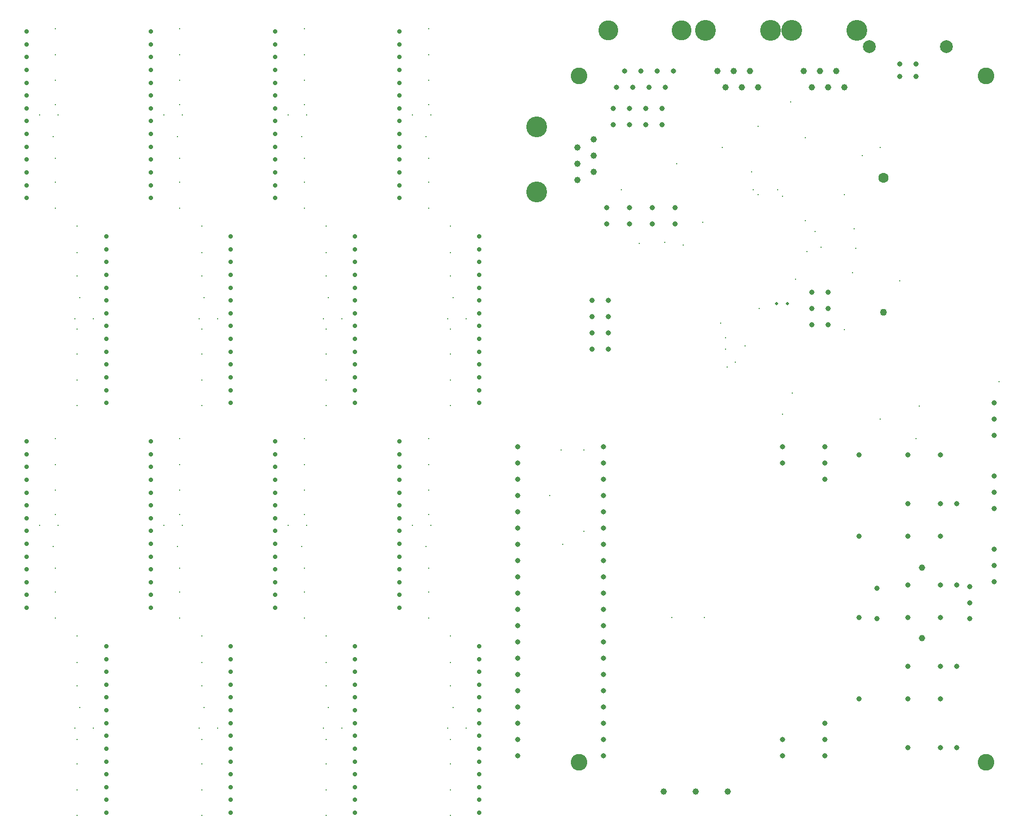
<source format=gbr>
G04 Generated by Ultiboard *
%FSLAX25Y25*%
%MOMM*%

%ADD10C,0.25000*%
%ADD11C,0.80000*%
%ADD12C,1.10000*%
%ADD13C,1.60000*%
%ADD14C,1.00000*%
%ADD15C,3.25000*%
%ADD16C,3.10000*%
%ADD17C,0.70000*%
%ADD18C,2.60000*%
%ADD19C,0.50000*%
%ADD20C,2.00000*%


%LNDrill-Copper Top-Copper Bottom*%
%LPD*%
%FSLAX25Y25*%
%MOMM*%
G54D10*
X12748200Y9255400D03*
X6370000Y4905000D03*
X6370000Y11315000D03*
X3080000Y3180000D03*
X1140000Y3180000D03*
X1140000Y1560000D03*
X1140000Y780000D03*
X1140000Y380000D03*
X1140000Y1180000D03*
X1140000Y2400000D03*
X1180000Y2060000D03*
X1100000Y1740000D03*
X1390000Y1740000D03*
X1140000Y2770000D03*
X3080000Y1560000D03*
X3080000Y780000D03*
X3080000Y380000D03*
X3080000Y1180000D03*
X3080000Y2400000D03*
X3040000Y1740000D03*
X3120000Y2060000D03*
X3080000Y2770000D03*
X760000Y4580000D03*
X800000Y3870000D03*
X800000Y3460000D03*
X800000Y4240000D03*
X840000Y4905000D03*
X800000Y6260000D03*
X800000Y5460000D03*
X800000Y5080000D03*
X800000Y5860000D03*
X550000Y4905000D03*
X2740000Y3460000D03*
X2740000Y3870000D03*
X2740000Y4240000D03*
X2700000Y4580000D03*
X2780000Y4905000D03*
X2490000Y4905000D03*
X2740000Y5080000D03*
X2740000Y5460000D03*
X2740000Y5860000D03*
X2740000Y6260000D03*
X5020000Y3180000D03*
X3330000Y1740000D03*
X5020000Y1560000D03*
X5020000Y780000D03*
X5020000Y380000D03*
X5020000Y1180000D03*
X5020000Y2400000D03*
X4980000Y1740000D03*
X5060000Y2060000D03*
X5270000Y1740000D03*
X5020000Y2770000D03*
X4680000Y3460000D03*
X4680000Y3870000D03*
X4680000Y4240000D03*
X4640000Y4580000D03*
X4430000Y4905000D03*
X4720000Y4905000D03*
X4680000Y5080000D03*
X4680000Y5460000D03*
X4680000Y5860000D03*
X4680000Y6260000D03*
X3080000Y9580000D03*
X1140000Y9580000D03*
X1140000Y7970000D03*
X1140000Y7180000D03*
X1140000Y6780000D03*
X1140000Y7580000D03*
X1140000Y8800000D03*
X1180000Y8460000D03*
X1100000Y8135000D03*
X1390000Y8135000D03*
X1140000Y9170000D03*
X3080000Y7970000D03*
X3080000Y7180000D03*
X3080000Y6780000D03*
X3080000Y7580000D03*
X3080000Y8800000D03*
X3040000Y8135000D03*
X3120000Y8460000D03*
X3080000Y9170000D03*
X760000Y10980000D03*
X800000Y10270000D03*
X800000Y9860000D03*
X800000Y10640000D03*
X840000Y11315000D03*
X800000Y12660000D03*
X800000Y11860000D03*
X800000Y11480000D03*
X800000Y12260000D03*
X550000Y11315000D03*
X2740000Y9860000D03*
X2740000Y10270000D03*
X2740000Y10640000D03*
X2700000Y10980000D03*
X2780000Y11315000D03*
X2490000Y11315000D03*
X2740000Y11480000D03*
X2740000Y11860000D03*
X2740000Y12260000D03*
X2740000Y12660000D03*
X5020000Y9580000D03*
X3330000Y8135000D03*
X5020000Y7970000D03*
X5020000Y7180000D03*
X5020000Y6780000D03*
X5020000Y7580000D03*
X5020000Y8800000D03*
X4980000Y8135000D03*
X5060000Y8460000D03*
X5270000Y8135000D03*
X5020000Y9170000D03*
X4680000Y9860000D03*
X4680000Y10270000D03*
X4680000Y10640000D03*
X4640000Y10980000D03*
X4430000Y11315000D03*
X4720000Y11315000D03*
X4680000Y11480000D03*
X4680000Y11860000D03*
X4680000Y12260000D03*
X4680000Y12660000D03*
X6960000Y3180000D03*
X6960000Y1560000D03*
X6960000Y780000D03*
X6960000Y380000D03*
X6960000Y1180000D03*
X7210000Y1740000D03*
X6960000Y2400000D03*
X6920000Y1740000D03*
X7000000Y2060000D03*
X6960000Y2770000D03*
X6620000Y3460000D03*
X6620000Y3870000D03*
X6620000Y4240000D03*
X6580000Y4580000D03*
X6660000Y4905000D03*
X6620000Y5080000D03*
X6620000Y5460000D03*
X6620000Y5860000D03*
X6620000Y6260000D03*
X9046200Y4816800D03*
X8716000Y4613600D03*
X8512800Y5375600D03*
X8690600Y6086800D03*
X9046200Y6086800D03*
X10417800Y3470600D03*
X10925800Y3470600D03*
X9630400Y10150800D03*
X6960000Y9580000D03*
X6960000Y7970000D03*
X6960000Y7180000D03*
X6960000Y6780000D03*
X6960000Y7580000D03*
X7210000Y8135000D03*
X6960000Y8800000D03*
X6920000Y8135000D03*
X7000000Y8460000D03*
X6960000Y9170000D03*
X6620000Y9860000D03*
X6620000Y10270000D03*
X6620000Y10640000D03*
X6580000Y10980000D03*
X6660000Y11315000D03*
X6620000Y11480000D03*
X6620000Y11860000D03*
X6620000Y12260000D03*
X6620000Y12660000D03*
X10900400Y9642800D03*
X11179800Y8068000D03*
X9909800Y9312600D03*
X10302200Y9324000D03*
X10595600Y9287200D03*
X11560800Y7712400D03*
X11281400Y7382200D03*
X11408400Y7458400D03*
X11256000Y7661600D03*
X11256000Y7839400D03*
X12145000Y6645600D03*
X12297400Y6975800D03*
X11779800Y8296600D03*
X12348200Y8753800D03*
X12526000Y9185600D03*
X12648000Y9495400D03*
X11205200Y10811200D03*
X10494000Y10557200D03*
X11662400Y10430200D03*
X11687800Y10150800D03*
X11764000Y10074600D03*
X11764000Y11141400D03*
X12145000Y10049200D03*
X12068800Y10150800D03*
X12500600Y9668200D03*
X12500600Y10963600D03*
X12272000Y11522400D03*
X14227800Y6264600D03*
X13110200Y7966400D03*
X13669000Y6569400D03*
X14278600Y6772600D03*
X13237200Y8855400D03*
X13288000Y9236400D03*
X13262600Y9541200D03*
X13973800Y8728400D03*
X15523200Y7153600D03*
X13110200Y10074600D03*
X13389600Y10684200D03*
X13669000Y10811200D03*
G54D11*
X9351000Y1565600D03*
X9351000Y1311600D03*
X9351000Y2327600D03*
X9351000Y2073600D03*
X9351000Y1819600D03*
X9351000Y2835600D03*
X9351000Y2581600D03*
X9351000Y3089600D03*
X9351000Y4867600D03*
X9351000Y3597600D03*
X9351000Y3343600D03*
X9351000Y3851600D03*
X9351000Y4359600D03*
X9351000Y4105600D03*
X9351000Y4613600D03*
X9351000Y5629600D03*
X9351000Y5121600D03*
X9351000Y5375600D03*
X9351000Y5883600D03*
X9351000Y6137600D03*
X12145000Y1565600D03*
X12145000Y1311600D03*
X12145000Y5883600D03*
X12145000Y6137600D03*
X12805400Y1819600D03*
X12805400Y1311600D03*
X12805400Y1565600D03*
X12805400Y5629600D03*
X12805400Y6137600D03*
X12805400Y5883600D03*
X8009400Y3089600D03*
X8009400Y1819600D03*
X8009400Y1311600D03*
X8009400Y1565600D03*
X8009400Y2581600D03*
X8009400Y2073600D03*
X8009400Y2327600D03*
X8009400Y2835600D03*
X8009400Y3343600D03*
X8009400Y4867600D03*
X8009400Y4105600D03*
X8009400Y3597600D03*
X8009400Y3851600D03*
X8009400Y4613600D03*
X8009400Y4359600D03*
X8009400Y5629600D03*
X8009400Y5375600D03*
X8009400Y5121600D03*
X8009400Y6137600D03*
X8009400Y5883600D03*
X12856200Y8042600D03*
X12856200Y8550600D03*
X12856200Y8296600D03*
X12602200Y8042600D03*
X12602200Y8296600D03*
X12602200Y8550600D03*
X9554200Y11751000D03*
X9681200Y12005000D03*
X10316200Y11751000D03*
X10443200Y12005000D03*
X10189200Y12005000D03*
X9935200Y12005000D03*
X10062200Y11751000D03*
X9808200Y11751000D03*
X9757400Y9617400D03*
X9757400Y9871400D03*
X9503400Y11420800D03*
X10011400Y11420800D03*
X9757400Y11420800D03*
X10265400Y11420800D03*
X9503400Y11166800D03*
X10265400Y11166800D03*
X10011400Y11166800D03*
X9757400Y11166800D03*
X9401800Y9617400D03*
X9401800Y9871400D03*
X9173200Y7915600D03*
X9427200Y7915600D03*
X9173200Y7661600D03*
X9427200Y7661600D03*
X9173200Y8169600D03*
X9173200Y8423600D03*
X9427200Y8423600D03*
X9427200Y8169600D03*
X10113000Y9617400D03*
X10113000Y9871400D03*
X10468600Y9617400D03*
X10468600Y9871400D03*
X13975800Y11916000D03*
X14225800Y11916000D03*
X13975800Y12116000D03*
X14225800Y12116000D03*
X15447000Y6315400D03*
X15447000Y6823400D03*
X15447000Y6569400D03*
X15447000Y4029400D03*
X15447000Y4283400D03*
X15447000Y4537400D03*
X15447000Y5680400D03*
X15447000Y5172400D03*
X15447000Y5426400D03*
X14100800Y2708600D03*
X14862800Y2708600D03*
X14608800Y2708600D03*
X13338800Y3470600D03*
X14100800Y3470600D03*
X14608800Y3470600D03*
X13616000Y3449200D03*
X13616000Y3924200D03*
X15066000Y3949200D03*
X15066000Y3699200D03*
X15066000Y3449200D03*
X14100800Y1438600D03*
X13338800Y2200600D03*
X14100800Y2200600D03*
X14862800Y1438600D03*
X14608800Y1438600D03*
X14608800Y2200600D03*
X14100800Y4740600D03*
X13338800Y4740600D03*
X14100800Y3978600D03*
X14608800Y4740600D03*
X14608800Y3978600D03*
X14862800Y3978600D03*
X13338800Y6010600D03*
X14100800Y5248600D03*
X14100800Y6010600D03*
X14862800Y5248600D03*
X14608800Y5248600D03*
X14608800Y6010600D03*
G54D12*
X13720400Y8234600D03*
G54D13*
X13720400Y10334600D03*
G54D14*
X12729200Y12005000D03*
X12856200Y11751000D03*
X12475200Y12005000D03*
X12602200Y11751000D03*
X12983200Y12005000D03*
X13110200Y11751000D03*
X11129000Y12005000D03*
X11256000Y11751000D03*
X11383000Y12005000D03*
X11637000Y12005000D03*
X11510000Y11751000D03*
X11764000Y11751000D03*
X11289867Y752800D03*
X10290800Y752800D03*
X10790333Y752800D03*
X9198600Y10430200D03*
X8944600Y10303200D03*
X9198600Y10938200D03*
X9198600Y10684200D03*
X8944600Y10811200D03*
X8944600Y10557200D03*
X14316000Y3149200D03*
X14316000Y4249200D03*
G54D15*
X12284700Y12640000D03*
X13300700Y12640000D03*
X10938500Y12640000D03*
X11954500Y12640000D03*
X8309600Y11128700D03*
X8309600Y10112700D03*
G54D16*
X9427200Y12640000D03*
X10570200Y12640000D03*
G54D17*
X1590000Y820000D03*
X1590000Y1020000D03*
X1590000Y1220000D03*
X1590000Y1420000D03*
X1590000Y2020000D03*
X1590000Y2220000D03*
X1590000Y2420000D03*
X1590000Y2620000D03*
X1590000Y1820000D03*
X1590000Y2820000D03*
X1590000Y1620000D03*
X1590000Y620000D03*
X1590000Y420000D03*
X1590000Y3020000D03*
X350000Y4820000D03*
X350000Y4020000D03*
X350000Y3620000D03*
X350000Y3820000D03*
X350000Y4620000D03*
X350000Y4420000D03*
X350000Y4220000D03*
X350000Y5620000D03*
X350000Y5420000D03*
X350000Y5220000D03*
X350000Y5020000D03*
X350000Y5820000D03*
X350000Y6020000D03*
X350000Y6220000D03*
X2290000Y4820000D03*
X2290000Y4020000D03*
X2290000Y3620000D03*
X2290000Y3820000D03*
X2290000Y4420000D03*
X2290000Y4220000D03*
X2290000Y4620000D03*
X2290000Y5620000D03*
X2290000Y5220000D03*
X2290000Y5020000D03*
X2290000Y5420000D03*
X2290000Y6020000D03*
X2290000Y5820000D03*
X2290000Y6220000D03*
X3530000Y1620000D03*
X3530000Y820000D03*
X3530000Y620000D03*
X3530000Y420000D03*
X3530000Y1020000D03*
X3530000Y1220000D03*
X3530000Y1420000D03*
X3530000Y2420000D03*
X3530000Y2020000D03*
X3530000Y2220000D03*
X3530000Y1820000D03*
X3530000Y2620000D03*
X3530000Y2820000D03*
X3530000Y3020000D03*
X5470000Y1620000D03*
X5470000Y820000D03*
X5470000Y420000D03*
X5470000Y620000D03*
X5470000Y1220000D03*
X5470000Y1020000D03*
X5470000Y1420000D03*
X5470000Y2420000D03*
X5470000Y2020000D03*
X5470000Y1820000D03*
X5470000Y2220000D03*
X5470000Y2820000D03*
X5470000Y2620000D03*
X5470000Y3020000D03*
X4230000Y4820000D03*
X4230000Y4020000D03*
X4230000Y3620000D03*
X4230000Y3820000D03*
X4230000Y4420000D03*
X4230000Y4220000D03*
X4230000Y4620000D03*
X4230000Y5620000D03*
X4230000Y5220000D03*
X4230000Y5020000D03*
X4230000Y5420000D03*
X4230000Y6020000D03*
X4230000Y5820000D03*
X4230000Y6220000D03*
X6170000Y4820000D03*
X6170000Y4020000D03*
X6170000Y3620000D03*
X6170000Y3820000D03*
X6170000Y4420000D03*
X6170000Y4220000D03*
X6170000Y4620000D03*
X6170000Y5620000D03*
X6170000Y5220000D03*
X6170000Y5020000D03*
X6170000Y5420000D03*
X6170000Y6020000D03*
X6170000Y5820000D03*
X6170000Y6220000D03*
X1590000Y7220000D03*
X1590000Y7420000D03*
X1590000Y7620000D03*
X1590000Y7820000D03*
X1590000Y8420000D03*
X1590000Y8620000D03*
X1590000Y8820000D03*
X1590000Y9020000D03*
X1590000Y8220000D03*
X1590000Y9220000D03*
X1590000Y8020000D03*
X1590000Y7020000D03*
X1590000Y9420000D03*
X1590000Y6820000D03*
X350000Y11220000D03*
X350000Y10420000D03*
X350000Y10220000D03*
X350000Y10020000D03*
X350000Y11020000D03*
X350000Y10820000D03*
X350000Y10620000D03*
X350000Y12020000D03*
X350000Y11820000D03*
X350000Y11620000D03*
X350000Y11420000D03*
X350000Y12220000D03*
X350000Y12420000D03*
X350000Y12620000D03*
X2290000Y11220000D03*
X2290000Y10420000D03*
X2290000Y10020000D03*
X2290000Y10220000D03*
X2290000Y10820000D03*
X2290000Y10620000D03*
X2290000Y11020000D03*
X2290000Y12020000D03*
X2290000Y11620000D03*
X2290000Y11420000D03*
X2290000Y11820000D03*
X2290000Y12420000D03*
X2290000Y12220000D03*
X2290000Y12620000D03*
X3530000Y8020000D03*
X3530000Y7220000D03*
X3530000Y7020000D03*
X3530000Y6820000D03*
X3530000Y7420000D03*
X3530000Y7620000D03*
X3530000Y7820000D03*
X3530000Y8820000D03*
X3530000Y8420000D03*
X3530000Y8620000D03*
X3530000Y8220000D03*
X3530000Y9020000D03*
X3530000Y9220000D03*
X3530000Y9420000D03*
X5470000Y8020000D03*
X5470000Y7220000D03*
X5470000Y6820000D03*
X5470000Y7020000D03*
X5470000Y7620000D03*
X5470000Y7420000D03*
X5470000Y7820000D03*
X5470000Y8820000D03*
X5470000Y8420000D03*
X5470000Y8220000D03*
X5470000Y8620000D03*
X5470000Y9220000D03*
X5470000Y9020000D03*
X5470000Y9420000D03*
X4230000Y11220000D03*
X4230000Y10420000D03*
X4230000Y10020000D03*
X4230000Y10220000D03*
X4230000Y10820000D03*
X4230000Y10620000D03*
X4230000Y11020000D03*
X4230000Y12020000D03*
X4230000Y11620000D03*
X4230000Y11420000D03*
X4230000Y11820000D03*
X4230000Y12420000D03*
X4230000Y12220000D03*
X4230000Y12620000D03*
X6170000Y11220000D03*
X6170000Y10420000D03*
X6170000Y10020000D03*
X6170000Y10220000D03*
X6170000Y10820000D03*
X6170000Y10620000D03*
X6170000Y11020000D03*
X6170000Y12020000D03*
X6170000Y11620000D03*
X6170000Y11420000D03*
X6170000Y11820000D03*
X6170000Y12420000D03*
X6170000Y12220000D03*
X6170000Y12620000D03*
X7410000Y1620000D03*
X7410000Y820000D03*
X7410000Y420000D03*
X7410000Y620000D03*
X7410000Y1220000D03*
X7410000Y1020000D03*
X7410000Y1420000D03*
X7410000Y2420000D03*
X7410000Y2020000D03*
X7410000Y1820000D03*
X7410000Y2220000D03*
X7410000Y2820000D03*
X7410000Y2620000D03*
X7410000Y3020000D03*
X7410000Y8020000D03*
X7410000Y7220000D03*
X7410000Y6820000D03*
X7410000Y7020000D03*
X7410000Y7620000D03*
X7410000Y7420000D03*
X7410000Y7820000D03*
X7410000Y8820000D03*
X7410000Y8420000D03*
X7410000Y8220000D03*
X7410000Y8620000D03*
X7410000Y9220000D03*
X7410000Y9020000D03*
X7410000Y9420000D03*
G54D18*
X8970000Y1210000D03*
X8970000Y11928800D03*
X15320000Y1210000D03*
X15320000Y11928800D03*
G54D19*
X12051867Y8372800D03*
X12221200Y8372800D03*
G54D20*
X13500800Y12386000D03*
X14700800Y12386000D03*

M00*

</source>
